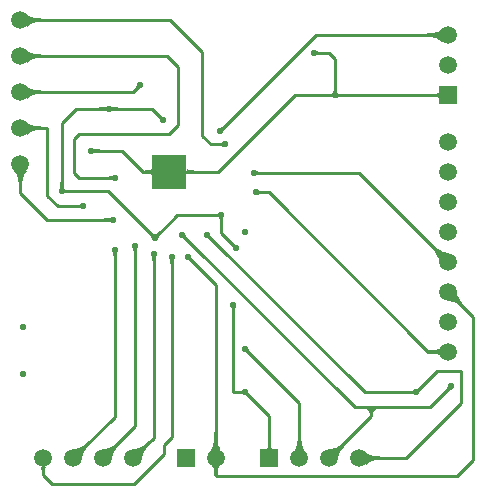
<source format=gbl>
G04*
G04 #@! TF.GenerationSoftware,Altium Limited,Altium Designer,18.1.7 (191)*
G04*
G04 Layer_Physical_Order=2*
G04 Layer_Color=16711680*
%FSLAX43Y43*%
%MOMM*%
G71*
G01*
G75*
%ADD51C,0.230*%
%ADD52C,1.500*%
%ADD53R,3.000X3.000*%
%ADD54R,1.500X1.500*%
%ADD55R,1.500X1.500*%
%ADD56C,0.550*%
%ADD57C,0.580*%
%ADD58C,0.900*%
G36*
X4813Y41219D02*
X4923Y41148D01*
X5050Y41086D01*
X5195Y41032D01*
X5357Y40986D01*
X5537Y40949D01*
X5734Y40919D01*
X6182Y40886D01*
X6432Y40882D01*
Y40652D01*
X6182Y40648D01*
X5734Y40615D01*
X5537Y40585D01*
X5357Y40548D01*
X5195Y40502D01*
X5050Y40448D01*
X4923Y40386D01*
X4813Y40315D01*
X4721Y40236D01*
Y41298D01*
X4813Y41219D01*
D02*
G37*
G36*
X39856Y38966D02*
X39764Y39045D01*
X39654Y39116D01*
X39527Y39178D01*
X39382Y39232D01*
X39220Y39278D01*
X39040Y39315D01*
X38843Y39345D01*
X38395Y39378D01*
X38145Y39382D01*
Y39612D01*
X38395Y39616D01*
X38843Y39649D01*
X39040Y39679D01*
X39220Y39716D01*
X39382Y39762D01*
X39527Y39816D01*
X39654Y39878D01*
X39764Y39949D01*
X39856Y40028D01*
Y38966D01*
D02*
G37*
G36*
X29298Y38152D02*
X29327Y38139D01*
X29365Y38127D01*
X29412Y38117D01*
X29469Y38108D01*
X29607Y38095D01*
X29782Y38089D01*
X29883Y38088D01*
Y37858D01*
X29782Y37857D01*
X29469Y37838D01*
X29412Y37829D01*
X29365Y37819D01*
X29327Y37807D01*
X29298Y37794D01*
X29277Y37778D01*
Y38168D01*
X29298Y38152D01*
D02*
G37*
G36*
X4813Y38171D02*
X4923Y38100D01*
X5050Y38038D01*
X5195Y37984D01*
X5357Y37938D01*
X5537Y37901D01*
X5734Y37871D01*
X6182Y37838D01*
X6432Y37834D01*
Y37604D01*
X6182Y37600D01*
X5734Y37567D01*
X5537Y37537D01*
X5357Y37500D01*
X5195Y37454D01*
X5050Y37400D01*
X4923Y37338D01*
X4813Y37267D01*
X4721Y37188D01*
Y38250D01*
X4813Y38171D01*
D02*
G37*
G36*
X14351Y35031D02*
X14326Y35027D01*
X14296Y35016D01*
X14260Y34998D01*
X14220Y34971D01*
X14174Y34938D01*
X14067Y34849D01*
X13939Y34730D01*
X13867Y34659D01*
X13704Y34822D01*
X13775Y34894D01*
X13983Y35129D01*
X14016Y35175D01*
X14042Y35215D01*
X14061Y35251D01*
X14072Y35281D01*
X14076Y35306D01*
X14351Y35031D01*
D02*
G37*
G36*
X30951Y35116D02*
X30970Y34803D01*
X30979Y34746D01*
X30990Y34699D01*
X31002Y34661D01*
X31015Y34632D01*
X31030Y34611D01*
X31050Y34596D01*
X31080Y34583D01*
X31118Y34571D01*
X31165Y34561D01*
X31221Y34552D01*
X31360Y34539D01*
X31535Y34533D01*
X31635Y34532D01*
Y34302D01*
X31535Y34301D01*
X31221Y34282D01*
X31165Y34273D01*
X31118Y34263D01*
X31080Y34251D01*
X31050Y34238D01*
X31030Y34222D01*
Y34611D01*
X30641D01*
Y34222D01*
X30621Y34238D01*
X30592Y34251D01*
X30553Y34263D01*
X30506Y34273D01*
X30450Y34282D01*
X30311Y34295D01*
X30136Y34301D01*
X30036Y34302D01*
Y34532D01*
X30136Y34533D01*
X30450Y34552D01*
X30506Y34561D01*
X30553Y34571D01*
X30592Y34583D01*
X30621Y34596D01*
X30641Y34611D01*
X30656Y34632D01*
X30670Y34661D01*
X30682Y34699D01*
X30692Y34746D01*
X30701Y34803D01*
X30713Y34941D01*
X30720Y35116D01*
X30721Y35217D01*
X30951D01*
X30951Y35116D01*
D02*
G37*
G36*
X4813Y35123D02*
X4923Y35052D01*
X5050Y34990D01*
X5195Y34936D01*
X5357Y34890D01*
X5537Y34853D01*
X5734Y34823D01*
X6182Y34790D01*
X6432Y34786D01*
Y34556D01*
X6182Y34552D01*
X5734Y34519D01*
X5537Y34489D01*
X5357Y34452D01*
X5195Y34406D01*
X5050Y34352D01*
X4923Y34290D01*
X4813Y34219D01*
X4721Y34140D01*
Y35202D01*
X4813Y35123D01*
D02*
G37*
G36*
X39642Y34130D02*
X39636Y34162D01*
X39619Y34192D01*
X39590Y34217D01*
X39550Y34240D01*
X39498Y34259D01*
X39434Y34274D01*
X39359Y34286D01*
X39272Y34295D01*
X39064Y34302D01*
Y34532D01*
X39174Y34534D01*
X39359Y34548D01*
X39434Y34560D01*
X39498Y34575D01*
X39550Y34594D01*
X39590Y34617D01*
X39619Y34642D01*
X39636Y34672D01*
X39642Y34704D01*
Y34130D01*
D02*
G37*
G36*
X11899Y33453D02*
X11928Y33440D01*
X11966Y33428D01*
X12013Y33418D01*
X12070Y33409D01*
X12208Y33396D01*
X12383Y33390D01*
X12484Y33389D01*
Y33159D01*
X12383Y33158D01*
X12070Y33139D01*
X12013Y33130D01*
X11966Y33120D01*
X11928Y33108D01*
X11899Y33095D01*
X11878Y33079D01*
Y33469D01*
X11899Y33453D01*
D02*
G37*
G36*
X11490Y33079D02*
X11469Y33095D01*
X11440Y33108D01*
X11402Y33120D01*
X11355Y33130D01*
X11298Y33139D01*
X11160Y33152D01*
X10985Y33158D01*
X10884Y33159D01*
Y33389D01*
X10985Y33390D01*
X11298Y33409D01*
X11355Y33418D01*
X11402Y33428D01*
X11440Y33440D01*
X11469Y33453D01*
X11490Y33469D01*
Y33079D01*
D02*
G37*
G36*
X15844Y32893D02*
X16079Y32685D01*
X16125Y32652D01*
X16165Y32625D01*
X16201Y32607D01*
X16231Y32596D01*
X16256Y32592D01*
X15981Y32317D01*
X15977Y32342D01*
X15966Y32372D01*
X15948Y32408D01*
X15921Y32448D01*
X15888Y32494D01*
X15799Y32601D01*
X15680Y32729D01*
X15609Y32801D01*
X15772Y32964D01*
X15844Y32893D01*
D02*
G37*
G36*
X21729Y31853D02*
X21658Y31781D01*
X21450Y31546D01*
X21417Y31500D01*
X21390Y31460D01*
X21372Y31424D01*
X21361Y31394D01*
X21357Y31369D01*
X21082Y31644D01*
X21107Y31648D01*
X21137Y31659D01*
X21173Y31677D01*
X21213Y31704D01*
X21259Y31737D01*
X21366Y31826D01*
X21494Y31945D01*
X21566Y32016D01*
X21729Y31853D01*
D02*
G37*
G36*
X4813Y32075D02*
X4923Y32004D01*
X5050Y31942D01*
X5195Y31888D01*
X5357Y31842D01*
X5537Y31805D01*
X5734Y31775D01*
X6182Y31742D01*
X6432Y31738D01*
Y31508D01*
X6182Y31504D01*
X5734Y31471D01*
X5537Y31441D01*
X5357Y31404D01*
X5195Y31358D01*
X5050Y31304D01*
X4923Y31242D01*
X4813Y31171D01*
X4721Y31092D01*
Y32154D01*
X4813Y32075D01*
D02*
G37*
G36*
X21304Y30066D02*
X21283Y30082D01*
X21254Y30095D01*
X21216Y30107D01*
X21169Y30117D01*
X21112Y30126D01*
X20974Y30139D01*
X20799Y30145D01*
X20698Y30146D01*
Y30376D01*
X20799Y30377D01*
X21112Y30396D01*
X21169Y30405D01*
X21216Y30415D01*
X21254Y30427D01*
X21283Y30440D01*
X21304Y30456D01*
Y30066D01*
D02*
G37*
G36*
X10375Y29897D02*
X10404Y29884D01*
X10442Y29872D01*
X10489Y29862D01*
X10546Y29853D01*
X10684Y29840D01*
X10859Y29834D01*
X10960Y29833D01*
Y29603D01*
X10859Y29602D01*
X10546Y29583D01*
X10489Y29574D01*
X10442Y29564D01*
X10404Y29552D01*
X10375Y29539D01*
X10354Y29523D01*
Y29913D01*
X10375Y29897D01*
D02*
G37*
G36*
X18295Y28199D02*
X18312Y28169D01*
X18341Y28144D01*
X18381Y28121D01*
X18433Y28102D01*
X18497Y28087D01*
X18572Y28075D01*
X18659Y28066D01*
X18867Y28059D01*
Y27829D01*
X18757Y27827D01*
X18572Y27813D01*
X18497Y27801D01*
X18433Y27786D01*
X18381Y27767D01*
X18341Y27744D01*
X18312Y27719D01*
X18295Y27689D01*
X18289Y27656D01*
Y28232D01*
X18295Y28199D01*
D02*
G37*
G36*
X15301Y27656D02*
X15295Y27689D01*
X15278Y27719D01*
X15249Y27744D01*
X15209Y27767D01*
X15157Y27786D01*
X15093Y27801D01*
X15018Y27813D01*
X14931Y27822D01*
X14723Y27829D01*
Y28059D01*
X14833Y28061D01*
X15018Y28075D01*
X15093Y28087D01*
X15157Y28102D01*
X15209Y28121D01*
X15249Y28144D01*
X15278Y28169D01*
X15295Y28199D01*
X15301Y28232D01*
Y27656D01*
D02*
G37*
G36*
X24218Y27992D02*
X24247Y27979D01*
X24285Y27967D01*
X24332Y27957D01*
X24389Y27948D01*
X24527Y27935D01*
X24702Y27929D01*
X24803Y27928D01*
Y27698D01*
X24702Y27697D01*
X24389Y27678D01*
X24332Y27669D01*
X24285Y27659D01*
X24247Y27647D01*
X24218Y27634D01*
X24197Y27618D01*
Y28008D01*
X24218Y27992D01*
D02*
G37*
G36*
X11998Y27229D02*
X11977Y27244D01*
X11948Y27258D01*
X11910Y27270D01*
X11863Y27280D01*
X11806Y27289D01*
X11668Y27301D01*
X11493Y27308D01*
X11392Y27309D01*
Y27539D01*
X11493Y27539D01*
X11806Y27559D01*
X11863Y27567D01*
X11910Y27578D01*
X11948Y27590D01*
X11977Y27603D01*
X11998Y27618D01*
Y27229D01*
D02*
G37*
G36*
X4643Y27953D02*
X4572Y27843D01*
X4510Y27716D01*
X4456Y27571D01*
X4410Y27409D01*
X4373Y27229D01*
X4343Y27032D01*
X4310Y26584D01*
X4306Y26334D01*
X4076D01*
X4072Y26584D01*
X4039Y27032D01*
X4009Y27229D01*
X3972Y27409D01*
X3926Y27571D01*
X3872Y27716D01*
X3810Y27843D01*
X3739Y27953D01*
X3660Y28045D01*
X4722D01*
X4643Y27953D01*
D02*
G37*
G36*
X7812Y26988D02*
X7831Y26675D01*
X7840Y26618D01*
X7850Y26571D01*
X7862Y26533D01*
X7876Y26504D01*
X7891Y26483D01*
X7911Y26468D01*
X7940Y26455D01*
X7979Y26443D01*
X8026Y26433D01*
X8082Y26424D01*
X8221Y26411D01*
X8396Y26405D01*
X8496Y26404D01*
Y26174D01*
X8396Y26173D01*
X8082Y26154D01*
X8026Y26145D01*
X7979Y26135D01*
X7940Y26123D01*
X7911Y26110D01*
X7891Y26094D01*
Y26483D01*
X7502D01*
X7517Y26504D01*
X7530Y26533D01*
X7542Y26571D01*
X7553Y26618D01*
X7562Y26675D01*
X7574Y26813D01*
X7581Y26988D01*
X7581Y27089D01*
X7811D01*
X7812Y26988D01*
D02*
G37*
G36*
X24345Y26373D02*
X24374Y26360D01*
X24412Y26348D01*
X24459Y26338D01*
X24516Y26329D01*
X24654Y26316D01*
X24829Y26310D01*
X24930Y26309D01*
Y26079D01*
X24829Y26078D01*
X24516Y26059D01*
X24459Y26050D01*
X24412Y26040D01*
X24374Y26028D01*
X24345Y26015D01*
X24324Y25999D01*
Y26389D01*
X24345Y26373D01*
D02*
G37*
G36*
X9331Y24824D02*
X9310Y24840D01*
X9281Y24853D01*
X9243Y24865D01*
X9196Y24875D01*
X9139Y24884D01*
X9001Y24897D01*
X8826Y24903D01*
X8725Y24904D01*
Y25134D01*
X8826Y25135D01*
X9139Y25154D01*
X9196Y25163D01*
X9243Y25173D01*
X9281Y25185D01*
X9310Y25198D01*
X9331Y25214D01*
Y24824D01*
D02*
G37*
G36*
X11871Y23681D02*
X11850Y23697D01*
X11821Y23710D01*
X11783Y23722D01*
X11736Y23732D01*
X11679Y23741D01*
X11541Y23754D01*
X11366Y23760D01*
X11265Y23761D01*
Y23991D01*
X11366Y23992D01*
X11679Y24011D01*
X11736Y24020D01*
X11783Y24030D01*
X11821Y24042D01*
X11850Y24055D01*
X11871Y24071D01*
Y23681D01*
D02*
G37*
G36*
X21015Y24063D02*
X21404D01*
X21388Y24042D01*
X21375Y24013D01*
X21363Y23975D01*
X21353Y23928D01*
X21344Y23871D01*
X21331Y23733D01*
X21325Y23558D01*
X21324Y23457D01*
X21094D01*
X21093Y23558D01*
X21074Y23871D01*
X21065Y23928D01*
X21055Y23975D01*
X21043Y24013D01*
X21030Y24042D01*
X21015Y24063D01*
X20994Y24078D01*
X20965Y24091D01*
X20927Y24103D01*
X20880Y24113D01*
X20823Y24122D01*
X20685Y24135D01*
X20510Y24141D01*
X20409Y24142D01*
Y24372D01*
X20510Y24373D01*
X20823Y24392D01*
X20880Y24401D01*
X20927Y24411D01*
X20965Y24423D01*
X20994Y24436D01*
X21015Y24452D01*
Y24063D01*
D02*
G37*
G36*
X16192Y22836D02*
X16121Y22764D01*
X15913Y22529D01*
X15880Y22483D01*
X15854Y22443D01*
X15835Y22407D01*
X15824Y22377D01*
X15820Y22352D01*
X15545Y22627D01*
X15270Y22352D01*
X15266Y22377D01*
X15255Y22407D01*
X15237Y22443D01*
X15210Y22483D01*
X15177Y22529D01*
X15088Y22636D01*
X14969Y22764D01*
X14898Y22836D01*
X15061Y22999D01*
X15133Y22928D01*
X15368Y22720D01*
X15414Y22687D01*
X15454Y22660D01*
X15490Y22642D01*
X15520Y22631D01*
X15545Y22627D01*
X15570Y22631D01*
X15600Y22642D01*
X15636Y22660D01*
X15676Y22687D01*
X15722Y22720D01*
X15829Y22809D01*
X15957Y22928D01*
X16029Y22999D01*
X16192Y22836D01*
D02*
G37*
G36*
X20269Y22581D02*
X20280Y22551D01*
X20299Y22515D01*
X20325Y22475D01*
X20358Y22429D01*
X20447Y22322D01*
X20566Y22194D01*
X20637Y22122D01*
X20474Y21959D01*
X20402Y22030D01*
X20167Y22238D01*
X20121Y22271D01*
X20081Y22298D01*
X20045Y22316D01*
X20015Y22327D01*
X19990Y22331D01*
X20265Y22606D01*
X20269Y22581D01*
D02*
G37*
G36*
X18186D02*
X18197Y22551D01*
X18215Y22515D01*
X18242Y22475D01*
X18275Y22429D01*
X18364Y22322D01*
X18483Y22194D01*
X18554Y22122D01*
X18391Y21959D01*
X18319Y22030D01*
X18084Y22238D01*
X18038Y22271D01*
X17998Y22298D01*
X17962Y22316D01*
X17932Y22327D01*
X17907Y22331D01*
X18182Y22606D01*
X18186Y22581D01*
D02*
G37*
G36*
X22067Y22039D02*
X22302Y21831D01*
X22348Y21798D01*
X22388Y21771D01*
X22424Y21753D01*
X22454Y21742D01*
X22479Y21738D01*
X22204Y21463D01*
X22200Y21488D01*
X22189Y21518D01*
X22170Y21554D01*
X22144Y21594D01*
X22111Y21640D01*
X22022Y21747D01*
X21903Y21875D01*
X21832Y21947D01*
X21995Y22110D01*
X22067Y22039D01*
D02*
G37*
G36*
X14083Y21442D02*
X14069Y21413D01*
X14057Y21374D01*
X14047Y21327D01*
X14038Y21271D01*
X14026Y21132D01*
X14019Y20957D01*
X14018Y20857D01*
X13788D01*
X13788Y20957D01*
X13769Y21271D01*
X13760Y21327D01*
X13749Y21374D01*
X13738Y21413D01*
X13724Y21442D01*
X13709Y21462D01*
X14098D01*
X14083Y21442D01*
D02*
G37*
G36*
X12371Y21121D02*
X12358Y21092D01*
X12346Y21054D01*
X12336Y21007D01*
X12327Y20950D01*
X12314Y20812D01*
X12308Y20637D01*
X12307Y20536D01*
X12077D01*
X12076Y20637D01*
X12057Y20950D01*
X12048Y21007D01*
X12038Y21054D01*
X12026Y21092D01*
X12013Y21121D01*
X11997Y21142D01*
X12387D01*
X12371Y21121D01*
D02*
G37*
G36*
X39062Y21816D02*
X39403Y21523D01*
X39563Y21404D01*
X39716Y21303D01*
X39864Y21221D01*
X40004Y21157D01*
X40138Y21111D01*
X40266Y21083D01*
X40386Y21074D01*
X39636Y20324D01*
X39627Y20444D01*
X39599Y20572D01*
X39553Y20706D01*
X39489Y20846D01*
X39407Y20994D01*
X39306Y21147D01*
X39187Y21307D01*
X38894Y21648D01*
X38720Y21827D01*
X38883Y21990D01*
X39062Y21816D01*
D02*
G37*
G36*
X15673Y20740D02*
X15660Y20711D01*
X15648Y20673D01*
X15638Y20626D01*
X15629Y20569D01*
X15616Y20431D01*
X15610Y20256D01*
X15609Y20155D01*
X15379D01*
X15378Y20256D01*
X15359Y20569D01*
X15350Y20626D01*
X15340Y20673D01*
X15328Y20711D01*
X15315Y20740D01*
X15299Y20761D01*
X15689D01*
X15673Y20740D01*
D02*
G37*
G36*
X18694Y20676D02*
X18705Y20646D01*
X18723Y20610D01*
X18750Y20570D01*
X18783Y20524D01*
X18872Y20417D01*
X18991Y20289D01*
X19062Y20217D01*
X18899Y20054D01*
X18827Y20125D01*
X18592Y20333D01*
X18546Y20366D01*
X18506Y20392D01*
X18470Y20411D01*
X18440Y20422D01*
X18415Y20426D01*
X18690Y20701D01*
X18694Y20676D01*
D02*
G37*
G36*
X17208Y20486D02*
X17195Y20457D01*
X17183Y20419D01*
X17173Y20372D01*
X17164Y20315D01*
X17151Y20177D01*
X17145Y20002D01*
X17144Y19901D01*
X16914D01*
X16913Y20002D01*
X16894Y20315D01*
X16885Y20372D01*
X16875Y20419D01*
X16863Y20457D01*
X16850Y20486D01*
X16834Y20507D01*
X17224D01*
X17208Y20486D01*
D02*
G37*
G36*
X41145Y17664D02*
X41173Y17536D01*
X41219Y17402D01*
X41283Y17262D01*
X41365Y17114D01*
X41466Y16961D01*
X41585Y16801D01*
X41878Y16460D01*
X42052Y16281D01*
X41889Y16118D01*
X41710Y16292D01*
X41369Y16585D01*
X41209Y16704D01*
X41056Y16805D01*
X40908Y16887D01*
X40768Y16951D01*
X40634Y16997D01*
X40506Y17025D01*
X40386Y17034D01*
X41136Y17784D01*
X41145Y17664D01*
D02*
G37*
G36*
X22404Y16476D02*
X22391Y16447D01*
X22379Y16409D01*
X22369Y16362D01*
X22360Y16305D01*
X22347Y16167D01*
X22341Y15992D01*
X22340Y15891D01*
X22110D01*
X22109Y15992D01*
X22090Y16305D01*
X22081Y16362D01*
X22071Y16409D01*
X22059Y16447D01*
X22046Y16476D01*
X22030Y16497D01*
X22420D01*
X22404Y16476D01*
D02*
G37*
G36*
X39729Y12342D02*
X39695Y12389D01*
X39646Y12431D01*
X39582Y12468D01*
X39504Y12500D01*
X39412Y12527D01*
X39304Y12549D01*
X39183Y12567D01*
X38896Y12587D01*
X38731Y12589D01*
Y12819D01*
X38896Y12821D01*
X39183Y12841D01*
X39304Y12859D01*
X39412Y12881D01*
X39504Y12908D01*
X39582Y12940D01*
X39646Y12977D01*
X39695Y13019D01*
X39729Y13066D01*
Y12342D01*
D02*
G37*
G36*
X23520Y12929D02*
X23531Y12899D01*
X23549Y12863D01*
X23576Y12823D01*
X23609Y12777D01*
X23698Y12670D01*
X23817Y12542D01*
X23888Y12470D01*
X23725Y12307D01*
X23653Y12378D01*
X23418Y12586D01*
X23372Y12619D01*
X23332Y12646D01*
X23296Y12664D01*
X23266Y12675D01*
X23241Y12679D01*
X23516Y12954D01*
X23520Y12929D01*
D02*
G37*
G36*
X38366Y9755D02*
X38295Y9683D01*
X38087Y9448D01*
X38054Y9402D01*
X38028Y9362D01*
X38009Y9326D01*
X37998Y9296D01*
X37994Y9271D01*
X37719Y9546D01*
X37744Y9550D01*
X37774Y9561D01*
X37810Y9580D01*
X37850Y9606D01*
X37896Y9639D01*
X38003Y9728D01*
X38131Y9847D01*
X38203Y9918D01*
X38366Y9755D01*
D02*
G37*
G36*
X40640Y9504D02*
X40615Y9500D01*
X40585Y9489D01*
X40549Y9470D01*
X40509Y9444D01*
X40463Y9411D01*
X40356Y9322D01*
X40228Y9203D01*
X40156Y9132D01*
X39993Y9295D01*
X40064Y9367D01*
X40272Y9602D01*
X40305Y9648D01*
X40332Y9688D01*
X40350Y9724D01*
X40361Y9754D01*
X40365Y9779D01*
X40640Y9504D01*
D02*
G37*
G36*
X37525Y9076D02*
X37504Y9092D01*
X37475Y9105D01*
X37437Y9117D01*
X37390Y9127D01*
X37333Y9136D01*
X37195Y9149D01*
X37020Y9155D01*
X36919Y9156D01*
Y9386D01*
X37020Y9387D01*
X37333Y9406D01*
X37390Y9415D01*
X37437Y9425D01*
X37475Y9437D01*
X37504Y9450D01*
X37525Y9466D01*
Y9076D01*
D02*
G37*
G36*
X23047D02*
X23026Y9092D01*
X22997Y9105D01*
X22959Y9117D01*
X22912Y9127D01*
X22855Y9136D01*
X22717Y9149D01*
X22542Y9155D01*
X22441Y9156D01*
Y9386D01*
X22542Y9387D01*
X22855Y9406D01*
X22912Y9415D01*
X22959Y9425D01*
X22997Y9437D01*
X23026Y9450D01*
X23047Y9466D01*
Y9076D01*
D02*
G37*
G36*
X23520Y9246D02*
X23531Y9216D01*
X23549Y9180D01*
X23576Y9140D01*
X23609Y9094D01*
X23698Y8987D01*
X23817Y8859D01*
X23888Y8787D01*
X23725Y8624D01*
X23653Y8695D01*
X23418Y8903D01*
X23372Y8936D01*
X23332Y8962D01*
X23296Y8981D01*
X23266Y8992D01*
X23241Y8996D01*
X23516Y9271D01*
X23520Y9246D01*
D02*
G37*
G36*
X34599Y7886D02*
X34490Y7880D01*
X34392Y7860D01*
X34306Y7828D01*
X34231Y7782D01*
X34168Y7724D01*
X34116Y7653D01*
X34076Y7569D01*
X34047Y7472D01*
X34030Y7362D01*
X34024Y7239D01*
X33794D01*
X33788Y7362D01*
X33771Y7472D01*
X33742Y7569D01*
X33702Y7653D01*
X33650Y7724D01*
X33587Y7782D01*
X33512Y7828D01*
X33426Y7860D01*
X33328Y7880D01*
X33219Y7886D01*
X33909Y8116D01*
X34599Y7886D01*
D02*
G37*
G36*
X25390Y4895D02*
X25404Y4710D01*
X25416Y4635D01*
X25431Y4571D01*
X25450Y4519D01*
X25473Y4479D01*
X25498Y4450D01*
X25528Y4433D01*
X25560Y4427D01*
X24986D01*
X25018Y4433D01*
X25048Y4450D01*
X25073Y4479D01*
X25096Y4519D01*
X25115Y4571D01*
X25130Y4635D01*
X25142Y4710D01*
X25151Y4797D01*
X25158Y5005D01*
X25388D01*
X25390Y4895D01*
D02*
G37*
G36*
X27932Y5674D02*
X27965Y5226D01*
X27995Y5029D01*
X28032Y4849D01*
X28078Y4687D01*
X28132Y4542D01*
X28194Y4415D01*
X28265Y4305D01*
X28344Y4213D01*
X27282D01*
X27361Y4305D01*
X27432Y4415D01*
X27494Y4542D01*
X27548Y4687D01*
X27594Y4849D01*
X27631Y5029D01*
X27661Y5226D01*
X27694Y5674D01*
X27698Y5924D01*
X27928D01*
X27932Y5674D01*
D02*
G37*
G36*
X20847D02*
X20880Y5226D01*
X20910Y5029D01*
X20947Y4849D01*
X20993Y4687D01*
X21047Y4542D01*
X21109Y4415D01*
X21180Y4305D01*
X21259Y4213D01*
X20197D01*
X20276Y4305D01*
X20347Y4415D01*
X20409Y4542D01*
X20463Y4687D01*
X20509Y4849D01*
X20546Y5029D01*
X20576Y5226D01*
X20609Y5674D01*
X20613Y5924D01*
X20843D01*
X20847Y5674D01*
D02*
G37*
G36*
X32019Y5186D02*
X31845Y5007D01*
X31552Y4666D01*
X31433Y4506D01*
X31332Y4353D01*
X31250Y4205D01*
X31186Y4065D01*
X31140Y3931D01*
X31112Y3803D01*
X31103Y3683D01*
X30353Y4433D01*
X30473Y4442D01*
X30601Y4470D01*
X30735Y4516D01*
X30875Y4580D01*
X31023Y4662D01*
X31176Y4763D01*
X31336Y4882D01*
X31677Y5175D01*
X31856Y5349D01*
X32019Y5186D01*
D02*
G37*
G36*
X15409D02*
X15235Y5007D01*
X14942Y4666D01*
X14823Y4506D01*
X14722Y4353D01*
X14640Y4205D01*
X14576Y4065D01*
X14530Y3931D01*
X14502Y3803D01*
X14493Y3683D01*
X13743Y4433D01*
X13863Y4442D01*
X13991Y4470D01*
X14125Y4516D01*
X14265Y4580D01*
X14413Y4662D01*
X14566Y4763D01*
X14726Y4882D01*
X15067Y5175D01*
X15246Y5349D01*
X15409Y5186D01*
D02*
G37*
G36*
X12869D02*
X12695Y5007D01*
X12402Y4666D01*
X12283Y4506D01*
X12182Y4353D01*
X12100Y4205D01*
X12036Y4065D01*
X11990Y3931D01*
X11962Y3803D01*
X11953Y3683D01*
X11203Y4433D01*
X11323Y4442D01*
X11451Y4470D01*
X11585Y4516D01*
X11725Y4580D01*
X11873Y4662D01*
X12026Y4763D01*
X12186Y4882D01*
X12527Y5175D01*
X12706Y5349D01*
X12869Y5186D01*
D02*
G37*
G36*
X10329D02*
X10155Y5007D01*
X9862Y4666D01*
X9743Y4506D01*
X9642Y4353D01*
X9560Y4205D01*
X9496Y4065D01*
X9450Y3931D01*
X9422Y3803D01*
X9413Y3683D01*
X8663Y4433D01*
X8783Y4442D01*
X8911Y4470D01*
X9045Y4516D01*
X9185Y4580D01*
X9333Y4662D01*
X9486Y4763D01*
X9646Y4882D01*
X9987Y5175D01*
X10166Y5349D01*
X10329Y5186D01*
D02*
G37*
G36*
X33515Y4135D02*
X33625Y4064D01*
X33752Y4002D01*
X33897Y3948D01*
X34059Y3902D01*
X34239Y3865D01*
X34436Y3835D01*
X34884Y3802D01*
X35134Y3798D01*
Y3568D01*
X34884Y3564D01*
X34436Y3531D01*
X34239Y3501D01*
X34059Y3464D01*
X33897Y3418D01*
X33752Y3364D01*
X33625Y3302D01*
X33515Y3231D01*
X33423Y3152D01*
Y4214D01*
X33515Y4135D01*
D02*
G37*
G36*
X6354Y2963D02*
X6330Y2934D01*
X6308Y2894D01*
X6290Y2843D01*
X6274Y2779D01*
X6261Y2704D01*
X6251Y2617D01*
X6239Y2408D01*
X6238Y2286D01*
X6008D01*
X6007Y2408D01*
X5985Y2704D01*
X5972Y2779D01*
X5956Y2843D01*
X5938Y2894D01*
X5916Y2934D01*
X5892Y2963D01*
X5864Y2979D01*
X6382D01*
X6354Y2963D01*
D02*
G37*
G36*
X21001Y2976D02*
X20968Y2938D01*
X20938Y2887D01*
X20913Y2823D01*
X20892Y2746D01*
X20874Y2655D01*
X20861Y2551D01*
X20845Y2303D01*
X20843Y2159D01*
X20613D01*
X20611Y2303D01*
X20582Y2655D01*
X20564Y2746D01*
X20543Y2823D01*
X20518Y2887D01*
X20488Y2938D01*
X20455Y2976D01*
X20418Y3000D01*
X21038D01*
X21001Y2976D01*
D02*
G37*
D51*
X13716Y34671D02*
X14351Y35306D01*
X4191Y34671D02*
X13716D01*
X11684Y33274D02*
X15299D01*
X7696Y26289D02*
X11608D01*
X4191Y26162D02*
Y28575D01*
Y26162D02*
X6477Y23876D01*
X12065D01*
X6477Y25908D02*
Y31623D01*
X4191D02*
X6477D01*
Y25908D02*
X7366Y25019D01*
X9525D01*
X7696Y32080D02*
X8890Y33274D01*
X7696Y26289D02*
Y32080D01*
X8890Y33274D02*
X11684D01*
X8763Y30734D02*
X9144Y31115D01*
X8763Y27840D02*
Y30734D01*
Y27840D02*
X9179Y27424D01*
X11608Y26289D02*
X15545Y22352D01*
X30836Y34417D02*
Y37490D01*
X30353Y37973D02*
X30836Y37490D01*
X29083Y37973D02*
X30353D01*
X20959Y27944D02*
X27432Y34417D01*
X30836D01*
X40386D01*
X21082Y31369D02*
X29210Y39497D01*
X16891Y40767D02*
X19558Y38100D01*
X4191Y40767D02*
X16891D01*
X16637Y37719D02*
X17526Y36830D01*
X4191Y37719D02*
X16637D01*
X9179Y27424D02*
X12192D01*
X20285Y30261D02*
X21498D01*
X19558Y30988D02*
X20285Y30261D01*
X19558Y30988D02*
Y38100D01*
X17526Y31877D02*
Y36830D01*
X16764Y31115D02*
X17526Y31877D01*
X9144Y31115D02*
X16764D01*
X15299Y33274D02*
X16256Y32317D01*
X16795Y27944D02*
X20959D01*
X17450Y24257D02*
X21209D01*
X15545Y22352D02*
X17450Y24257D01*
X22225Y9271D02*
X23241D01*
X22225D02*
Y16691D01*
X25273Y3683D02*
Y7239D01*
X23241Y9271D02*
X25273Y7239D01*
X27813Y3683D02*
Y8382D01*
X23241Y12954D02*
X27813Y8382D01*
X39497Y11049D02*
X41529D01*
Y8382D02*
Y11049D01*
X36830Y3683D02*
X41529Y8382D01*
X40386Y17784D02*
X42545Y15625D01*
Y3556D02*
Y15625D01*
X41148Y2159D02*
X42545Y3556D01*
X33909Y8001D02*
X38862D01*
X32512D02*
X33909D01*
Y7239D02*
Y8001D01*
X30353Y3683D02*
X33909Y7239D01*
X32893Y3683D02*
X36830D01*
X37719Y9271D02*
X39497Y11049D01*
X20728Y3683D02*
Y18388D01*
Y2159D02*
Y3683D01*
Y2159D02*
X41148D01*
X21209Y22733D02*
Y24257D01*
Y22733D02*
X22479Y21463D01*
X14601Y27944D02*
X16795D01*
X12827Y29718D02*
X14601Y27944D01*
X10160Y29718D02*
X12827D01*
X38731Y12704D02*
X40386D01*
X25241Y26194D02*
X38731Y12704D01*
X24130Y26194D02*
X25241D01*
X32897Y27813D02*
X40386Y20324D01*
X24003Y27813D02*
X32897D01*
X29210Y39497D02*
X40386D01*
X38862Y8001D02*
X40640Y9779D01*
X17907Y22606D02*
X32512Y8001D01*
X33325Y9271D02*
X37719D01*
X40640Y9652D02*
Y9779D01*
X19990Y22606D02*
X33325Y9271D01*
X17907Y22549D02*
Y22606D01*
X12192Y7212D02*
Y21336D01*
X8663Y3683D02*
X12192Y7212D01*
X17029Y5472D02*
Y20701D01*
X16383Y4826D02*
X17029Y5472D01*
X16383Y4064D02*
Y4826D01*
X13843Y1524D02*
X16383Y4064D01*
X6885Y1524D02*
X13843D01*
X13743Y3683D02*
X15494Y5434D01*
Y20955D01*
X11203Y3683D02*
X13903Y6383D01*
Y21657D01*
X6123Y2286D02*
Y3683D01*
Y2286D02*
X6885Y1524D01*
X18415Y20701D02*
X20728Y18388D01*
D52*
X4191Y34671D02*
D03*
Y28575D02*
D03*
Y31623D02*
D03*
Y37719D02*
D03*
Y40767D02*
D03*
X32893Y3683D02*
D03*
X30353D02*
D03*
X27813D02*
D03*
X20728D02*
D03*
X40386Y36957D02*
D03*
Y39497D02*
D03*
Y30484D02*
D03*
Y27944D02*
D03*
Y25404D02*
D03*
Y22864D02*
D03*
Y20324D02*
D03*
Y17784D02*
D03*
Y15244D02*
D03*
Y12704D02*
D03*
X13743Y3683D02*
D03*
X11203D02*
D03*
X8663D02*
D03*
X6123D02*
D03*
D53*
X16795Y27944D02*
D03*
D54*
X25273Y3683D02*
D03*
X18188D02*
D03*
D55*
X40386Y34417D02*
D03*
D56*
X14351Y35306D02*
D03*
X9525Y25019D02*
D03*
X12065Y23876D02*
D03*
X30836Y34417D02*
D03*
X21082Y31369D02*
D03*
X7696Y26289D02*
D03*
X21498Y30261D02*
D03*
X12192Y27424D02*
D03*
X29083Y37973D02*
D03*
X11684Y33274D02*
D03*
X23241Y9271D02*
D03*
Y12954D02*
D03*
X10160Y29718D02*
D03*
X22479Y21463D02*
D03*
X22225Y16691D02*
D03*
X24003Y27813D02*
D03*
X24130Y26194D02*
D03*
X40640Y9779D02*
D03*
X37719Y9271D02*
D03*
X12192Y21336D02*
D03*
X18415Y20701D02*
D03*
X17029D02*
D03*
X23241Y22860D02*
D03*
X15494Y20955D02*
D03*
X13903Y21657D02*
D03*
X16256Y32317D02*
D03*
X19990Y22606D02*
D03*
X17907D02*
D03*
X21209Y24257D02*
D03*
X15545Y22352D02*
D03*
D57*
X4367Y10827D02*
D03*
Y14827D02*
D03*
D58*
X17399Y28571D02*
D03*
X16129Y27301D02*
D03*
Y28571D02*
D03*
X17399Y27305D02*
D03*
M02*

</source>
